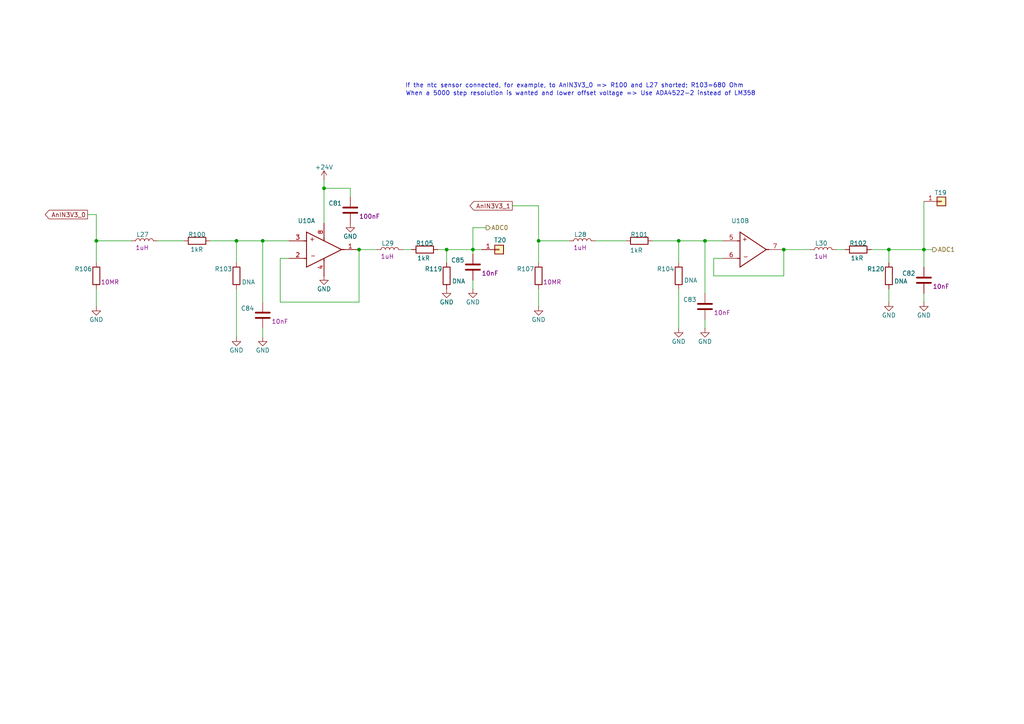
<source format=kicad_sch>
(kicad_sch (version 20231120) (generator "eeschema") (generator_version "8.0")
  (paper "A4")
  (title_block (title "Filters for 3V3 analog signal") (rev "1"))
  (lib_symbols
    (symbol "Connector_Generic:Conn_01x01" (pin_names (offset 1.016) hide)
      (property "Reference" "J" (at 0 2.54 0))
      (property "Value" "Conn_01x01" (at 0 -2.54 0))
      (symbol "Conn_01x01_1_1"
        (rectangle (start -1.27 0.127) (end 0 -0.127) (stroke (width 0.1524)))
        (rectangle (start -1.27 1.27) (end 1.27 -1.27) (stroke (width 0.254)) (fill (type background)))
        (pin passive line (at -5.08 0 0) (length 3.81) (name "Pin_1") (number "1"))
      )
    )
    (symbol "Device:C" (pin_numbers hide) (pin_names (offset 0.254))
      (property "Reference" "C" (at 0.635 2.54 0))
      (property "Value" "C" (at 0.635 -2.54 0))
      (symbol "C_0_1"
        (polyline (pts (xy -2.032 -0.762) (xy 2.032 -0.762)) (stroke (width 0.508)))
        (polyline (pts (xy -2.032 0.762) (xy 2.032 0.762)) (stroke (width 0.508)))
      )
      (symbol "C_1_1"
        (pin passive line (at 0 3.81 270) (length 2.794) (name "~") (number "1"))
        (pin passive line (at 0 -3.81 90) (length 2.794) (name "~") (number "2"))
      )
    )
    (symbol "Device:L" (pin_numbers hide) (pin_names (offset 1.016) hide)
      (property "Reference" "L" (at -1.27 0 90))
      (property "Value" "L" (at 1.905 0 90))
      (symbol "L_0_1"
        (arc (start 0 -2.54) (mid 0.6323 -1.905) (end 0 -1.27))
        (arc (start 0 -1.27) (mid 0.6323 -0.635) (end 0 0))
        (arc (start 0 0) (mid 0.6323 0.635) (end 0 1.27))
        (arc (start 0 1.27) (mid 0.6323 1.905) (end 0 2.54))
      )
      (symbol "L_1_1"
        (pin passive line (at 0 3.81 270) (length 1.27) (name "1") (number "1"))
        (pin passive line (at 0 -3.81 90) (length 1.27) (name "2") (number "2"))
      )
    )
    (symbol "Device:R" (pin_numbers hide) (pin_names (offset 0))
      (property "Reference" "R" (at 2.032 0 90))
      (property "Value" "R" (at 0 0 90))
      (symbol "R_0_1"
        (rectangle (start -1.016 -2.54) (end 1.016 2.54) (stroke (width 0.254)))
      )
      (symbol "R_1_1"
        (pin passive line (at 0 3.81 270) (length 1.27) (name "~") (number "1"))
        (pin passive line (at 0 -3.81 90) (length 1.27) (name "~") (number "2"))
      )
    )
    (symbol "Untitled-altium-import:root_0_d5b36c1049528187b1d2197d5d58d7e"
      (symbol "root_0_d5b36c1049528187b1d2197d5d58d7e_1_0"
        (polyline (pts (xy 5.08 -7.62) (xy 5.08 2.54)) (stroke (width 0.254)))
        (polyline (pts (xy 5.08 -7.62) (xy 15.24 -2.54)) (stroke (width 0.254)))
        (polyline (pts (xy 5.08 -5.08) (xy 4.318 -5.08)) (stroke (width 0.254)))
        (polyline (pts (xy 5.08 0) (xy 4.318 0)) (stroke (width 0.254)))
        (polyline (pts (xy 5.08 2.54) (xy 15.24 -2.54)) (stroke (width 0.254)))
        (polyline (pts (xy 10.16 -5.08) (xy 10.16 -5.842)) (stroke (width 0.254)))
        (polyline (pts (xy 10.16 0) (xy 10.16 0.762)) (stroke (width 0.254)))
        (polyline (pts (xy 15.24 -2.54) (xy 16.002 -2.54)) (stroke (width 0.254)))
        (text "" (at 5.588 0.762 0) (effects (font (size 1.27 1.27)) (justify left top)))
        (text "+" (at 5.842 1.27 0) (effects (font (size 1.27 1.27)) (justify left top)))
        (text "-" (at 6.096 -3.556 0) (effects (font (size 1.27 1.27)) (justify left top)))
        (pin passive line (at 20.32 -2.54 180) (length 5.08) (name "OUT1") (number "1"))
        (pin tri_state line (at 0 -5.08 0) (length 5.08) (name "IN1-") (number "2"))
        (pin open_collector line (at 0 0 0) (length 5.08) (name "IN1+") (number "3"))
        (pin power_in line (at 10.16 -10.16 90) (length 5.08) (name "V-") (number "4"))
        (pin power_in line (at 10.16 5.08 270) (length 5.08) (name "V+") (number "8"))
      )
      (symbol "root_0_d5b36c1049528187b1d2197d5d58d7e_2_0"
        (polyline (pts (xy 5.08 -7.62) (xy 5.08 2.54)) (stroke (width 0.254)))
        (polyline (pts (xy 5.08 -7.62) (xy 12.7 -2.54)) (stroke (width 0.254)))
        (polyline (pts (xy 5.08 -5.08) (xy 4.318 -5.08)) (stroke (width 0.254)))
        (polyline (pts (xy 5.08 0) (xy 4.318 0)) (stroke (width 0.254)))
        (polyline (pts (xy 5.08 2.54) (xy 12.7 -2.54)) (stroke (width 0.254)))
        (polyline (pts (xy 12.7 -2.54) (xy 13.462 -2.54)) (stroke (width 0.254)))
        (text "" (at 5.588 0.762 0) (effects (font (size 1.27 1.27)) (justify left top)))
        (text "+" (at 5.588 1.27 0) (effects (font (size 1.27 1.27)) (justify left top)))
        (text "-" (at 5.842 -3.81 0) (effects (font (size 1.27 1.27)) (justify left top)))
        (pin tri_state line (at 0 0 0) (length 5.08) (name "IN2+") (number "5"))
        (pin tri_state line (at 0 -5.08 0) (length 5.08) (name "IN2-") (number "6"))
        (pin passive line (at 17.78 -2.54 180) (length 5.08) (name "OUT2") (number "7"))
      )
    )
    (symbol "power:+24V" (power) (pin_numbers hide) (pin_names (offset 0) hide)
      (property "Value" "+24V" (at 0 3.556 0))
      (symbol "+24V_0_1"
        (polyline (pts (xy -0.762 1.27) (xy 0 2.54)))
        (polyline (pts (xy 0 0) (xy 0 2.54)))
        (polyline (pts (xy 0 2.54) (xy 0.762 1.27)))
      )
      (symbol "+24V_1_1"
        (pin power_in line (at 0 0 90) (length 0) (name "~") (number "1"))
      )
    )
    (symbol "power:GND" (power) (pin_numbers hide) (pin_names (offset 0) hide)
      (property "Value" "GND" (at 0 -3.81 0))
      (symbol "GND_0_1"
        (polyline (pts (xy 0 0) (xy 0 -1.27) (xy 1.27 -1.27) (xy 0 -2.54) (xy -1.27 -1.27) (xy 0 -1.27)))
      )
      (symbol "GND_1_1"
        (pin power_in line (at 0 0 270) (length 0) (name "~") (number "1"))
      )
    )
  )
  (junction (at 68.58 69.85))
  (junction (at 196.85 69.85))
  (junction (at 267.97 72.39))
  (junction (at 137.16 72.39))
  (junction (at 156.21 69.85))
  (junction (at 104.14 72.39))
  (junction (at 129.54 72.39))
  (junction (at 204.47 69.85))
  (junction (at 27.94 69.85))
  (junction (at 93.98 54.61))
  (junction (at 227.33 72.39))
  (junction (at 76.2 69.85))
  (junction (at 257.81 72.39))
  (wire (pts (xy 45.72 69.85) (xy 53.34 69.85)))
  (wire (pts (xy 270.51 72.39) (xy 267.97 72.39)))
  (wire (pts (xy 137.16 66.04) (xy 137.16 72.39)))
  (wire (pts (xy 267.97 87.63) (xy 267.97 85.09)))
  (wire (pts (xy 68.58 69.85) (xy 68.58 76.2)))
  (wire (pts (xy 257.81 83.82) (xy 257.81 87.63)))
  (wire (pts (xy 76.2 69.85) (xy 83.82 69.85)))
  (wire (pts (xy 68.58 69.85) (xy 76.2 69.85)))
  (wire (pts (xy 68.58 83.82) (xy 68.58 97.79)))
  (wire (pts (xy 257.81 72.39) (xy 267.97 72.39)))
  (wire (pts (xy 137.16 81.28) (xy 137.16 83.82)))
  (wire (pts (xy 227.33 80.01) (xy 207.01 80.01)))
  (wire (pts (xy 60.96 69.85) (xy 68.58 69.85)))
  (wire (pts (xy 204.47 92.71) (xy 204.47 95.25)))
  (wire (pts (xy 83.82 74.93) (xy 81.28 74.93)))
  (wire (pts (xy 156.21 69.85) (xy 156.21 76.2)))
  (wire (pts (xy 27.94 83.82) (xy 27.94 88.9)))
  (wire (pts (xy 127 72.39) (xy 129.54 72.39)))
  (wire (pts (xy 129.54 72.39) (xy 137.16 72.39)))
  (wire (pts (xy 156.21 59.69) (xy 156.21 69.85)))
  (wire (pts (xy 27.94 69.85) (xy 27.94 76.2)))
  (wire (pts (xy 137.16 66.04) (xy 140.97 66.04)))
  (wire (pts (xy 93.98 52.07) (xy 93.98 54.61)))
  (wire (pts (xy 129.54 72.39) (xy 129.54 76.2)))
  (wire (pts (xy 196.85 83.82) (xy 196.85 95.25)))
  (wire (pts (xy 207.01 74.93) (xy 209.55 74.93)))
  (wire (pts (xy 76.2 87.63) (xy 76.2 69.85)))
  (wire (pts (xy 148.59 59.69) (xy 156.21 59.69)))
  (wire (pts (xy 267.97 72.39) (xy 267.97 77.47)))
  (wire (pts (xy 156.21 83.82) (xy 156.21 88.9)))
  (wire (pts (xy 196.85 69.85) (xy 204.47 69.85)))
  (wire (pts (xy 196.85 69.85) (xy 196.85 76.2)))
  (wire (pts (xy 101.6 57.15) (xy 101.6 54.61)))
  (wire (pts (xy 116.84 72.39) (xy 119.38 72.39)))
  (wire (pts (xy 109.22 72.39) (xy 104.14 72.39)))
  (wire (pts (xy 267.97 58.42) (xy 267.97 72.39)))
  (wire (pts (xy 25.4 62.23) (xy 27.94 62.23)))
  (wire (pts (xy 189.23 69.85) (xy 196.85 69.85)))
  (wire (pts (xy 204.47 69.85) (xy 209.55 69.85)))
  (wire (pts (xy 27.94 69.85) (xy 38.1 69.85)))
  (wire (pts (xy 93.98 54.61) (xy 93.98 64.77)))
  (wire (pts (xy 207.01 80.01) (xy 207.01 74.93)))
  (wire (pts (xy 257.81 72.39) (xy 257.81 76.2)))
  (wire (pts (xy 156.21 69.85) (xy 165.1 69.85)))
  (wire (pts (xy 81.28 87.63) (xy 104.14 87.63)))
  (wire (pts (xy 234.95 72.39) (xy 227.33 72.39)))
  (wire (pts (xy 81.28 74.93) (xy 81.28 87.63)))
  (wire (pts (xy 76.2 95.25) (xy 76.2 97.79)))
  (wire (pts (xy 242.57 72.39) (xy 245.11 72.39)))
  (wire (pts (xy 227.33 72.39) (xy 227.33 80.01)))
  (wire (pts (xy 104.14 87.63) (xy 104.14 72.39)))
  (wire (pts (xy 252.73 72.39) (xy 257.81 72.39)))
  (wire (pts (xy 204.47 85.09) (xy 204.47 69.85)))
  (wire (pts (xy 139.7 72.39) (xy 137.16 72.39)))
  (wire (pts (xy 101.6 54.61) (xy 93.98 54.61)))
  (wire (pts (xy 137.16 72.39) (xy 137.16 73.66)))
  (wire (pts (xy 27.94 62.23) (xy 27.94 69.85)))
  (wire (pts (xy 172.72 69.85) (xy 181.61 69.85)))
  (text "If the ntc sensor connected, for example, to AnIN3V3_0 => R100 and L27 shorted; R103=680 Ohm" (at 166.624 24.892 0) (effects (font (size 1.27 1.27))))
  (text "When a 5000 step resolution is wanted and lower offset voltage => Use ADA4522-2 instead of LM358" (at 168.402 27.178 0) (effects (font (size 1.27 1.27))))
  (global_label "AnIN3V3_1" (shape output) (at 148.59 59.69 180) (property "Intersheetrefs" "${INTERSHEET_REFS}" (effects (hide yes))))
  (global_label "AnIN3V3_0" (shape output) (at 25.4 62.23 180) (property "Intersheetrefs" "${INTERSHEET_REFS}" (effects (hide yes))))
  (hierarchical_label "ADC0" (shape output) (at 140.97 66.04 0))
  (hierarchical_label "ADC1" (shape output) (at 270.51 72.39 0))
  (symbol (lib_id "Device:R") (at 248.92 72.39 90) (unit 1)
    (property "Reference" "R102" (at 251.46 69.85 90) (effects (justify left bottom)))
    (property "Value" "1kR" (at 250.444 74.168 90) (effects (justify left bottom)))
    (property "Footprint" "Resistor_SMD:R_0805_2012Metric_Pad1.20x1.40mm_HandSolder" (effects (hide yes)))
    (property "Description" "ERJ-PB6B1001V" (effects (hide yes)))
  )
  (symbol (lib_id "power:GND") (at 156.21 88.9 0) (unit 1)
    (property "Reference" "#PWR?" (effects (hide yes)))
    (property "Value" "GND" (at 156.21 92.71 0))
    (property "Description" "Power symbol creates a global label with name \"GND\" , ground" (effects (hide yes)))
  )
  (symbol (lib_id "power:GND") (at 257.81 87.63 0) (unit 1)
    (property "Reference" "#PWR030" (effects (hide yes)))
    (property "Value" "GND" (at 257.81 91.44 0))
    (property "Description" "Power symbol creates a global label with name \"GND\" , ground" (effects (hide yes)))
  )
  (symbol (lib_id "Device:C") (at 76.2 91.44 0) (unit 1)
    (property "Reference" "C84" (at 69.85 90.17 0) (effects (justify left bottom)))
    (property "Value" "10nF" (effects (hide yes)))
    (property "Footprint" "Capacitor_SMD:C_0805_2012Metric_Pad1.18x1.45mm_HandSolder" (effects (hide yes)))
    (property "Description" "C0805C103KARACAUTO" (effects (hide yes)))
    (property "HEIGHT" "0.78mm" (effects (hide yes)))
    (property "MIN OPERATING TEMPERATURE" "-55°C" (effects (hide yes)))
    (property "LENGTH" "2mm" (effects (hide yes)))
    (property "MAX OPERATING TEMPERATURE" "125°C" (effects (hide yes)))
    (property "CASE/PACKAGE" "0805" (effects (hide yes)))
    (property "WIDTH" "1.25mm" (effects (hide yes)))
    (property "PACKAGING" "Tape and Reel" (effects (hide yes)))
    (property "CAPACITOR TYPE" "Ceramic" (effects (hide yes)))
    (property "DIELECTRIC MATERIAL" "Ceramic" (effects (hide yes)))
    (property "JESD-609 CODE" "e3" (effects (hide yes)))
    (property "MOUNTING TECHNOLOGY" "Surface Mount" (effects (hide yes)))
    (property "MULTILAYER" "Yes" (effects (hide yes)))
    (property "PACKAGE SHAPE" "Rectangular" (effects (hide yes)))
    (property "PACKAGE STYLE" "SMTMeter" (effects (hide yes)))
    (property "PINS" "2" (effects (hide yes)))
    (property "RATED DC VOLTAGE (URDC)" "250V" (effects (hide yes)))
    (property "REACH SVHC COMPLIANT" "Yes" (effects (hide yes)))
    (property "REFERENCE STANDARD" "AEC-Q200" (effects (hide yes)))
    (property "ROHS COMPLIANT" "Yes" (effects (hide yes)))
    (property "TEMPERATURE CHARACTERISTICS CODE" "X7R" (effects (hide yes)))
    (property "TERMINAL FINISH" "Nickel" (effects (hide yes)))
    (property "TERMINATION" "Wraparound" (effects (hide yes)))
    (property "TOLERANCE  (FILL IN AS +-)" "10%" (effects (hide yes)))
    (property "TOLERANCE (FILL IN AS +-)" "10%" (effects (hide yes)))
    (property "ALTIUM_VALUE" "10nF" (at 78.74 93.98 0) (effects (justify left bottom)))
  )
  (symbol (lib_id "Connector_Generic:Conn_01x01") (at 144.78 72.39 0) (unit 1) (in_bom no)
    (property "Reference" "T20" (at 143.256 70.358 0) (effects (justify left bottom)))
    (property "Value" "Conn_01x01" (effects (hide yes)))
    (property "Footprint" "TestPoint:TestPoint_THTPad_D1.5mm_Drill0.7mm" (effects (hide yes)))
    (property "Description" "Generic connector, single row, 01x01, script generated (kicad-library-utils/schlib/autogen/connector/)" (effects (hide yes)))
  )
  (symbol (lib_id "Device:R") (at 196.85 80.01 0) (unit 1)
    (property "Reference" "R104" (at 190.5 78.74 0) (effects (justify left bottom)))
    (property "Value" "DNA" (at 198.374 82.042 0) (effects (justify left bottom)))
    (property "Footprint" "Resistor_SMD:R_0805_2012Metric_Pad1.20x1.40mm_HandSolder" (effects (hide yes)))
    (property "ALTIUM_VALUE" "680R" (effects (hide yes)))
    (property "MANUFACTURER" "Vishay Dale" (effects (hide yes)))
    (property "PART NUMBER" "CRCW0805680RFKEA" (effects (hide yes)))
  )
  (symbol (lib_id "power:GND") (at 267.97 87.63 0) (unit 1)
    (property "Reference" "#PWR?" (effects (hide yes)))
    (property "Value" "GND" (at 267.97 91.44 0))
    (property "Description" "Power symbol creates a global label with name \"GND\" , ground" (effects (hide yes)))
  )
  (symbol (lib_id "Device:C") (at 267.97 81.28 0) (unit 1)
    (property "Reference" "C82" (at 261.62 80.01 0) (effects (justify left bottom)))
    (property "Value" "10nF" (effects (hide yes)))
    (property "Footprint" "Capacitor_SMD:C_0805_2012Metric_Pad1.18x1.45mm_HandSolder" (effects (hide yes)))
    (property "Description" "C0805C103KARACAUTO" (effects (hide yes)))
    (property "HEIGHT" "0.78mm" (effects (hide yes)))
    (property "MIN OPERATING TEMPERATURE" "-55°C" (effects (hide yes)))
    (property "LENGTH" "2mm" (effects (hide yes)))
    (property "MAX OPERATING TEMPERATURE" "125°C" (effects (hide yes)))
    (property "CASE/PACKAGE" "0805" (effects (hide yes)))
    (property "WIDTH" "1.25mm" (effects (hide yes)))
    (property "PACKAGING" "Tape and Reel" (effects (hide yes)))
    (property "CAPACITOR TYPE" "Ceramic" (effects (hide yes)))
    (property "DIELECTRIC MATERIAL" "Ceramic" (effects (hide yes)))
    (property "JESD-609 CODE" "e3" (effects (hide yes)))
    (property "MOUNTING TECHNOLOGY" "Surface Mount" (effects (hide yes)))
    (property "MULTILAYER" "Yes" (effects (hide yes)))
    (property "PACKAGE SHAPE" "Rectangular" (effects (hide yes)))
    (property "PACKAGE STYLE" "SMTMeter" (effects (hide yes)))
    (property "PINS" "2" (effects (hide yes)))
    (property "RATED DC VOLTAGE (URDC)" "250V" (effects (hide yes)))
    (property "REACH SVHC COMPLIANT" "Yes" (effects (hide yes)))
    (property "REFERENCE STANDARD" "AEC-Q200" (effects (hide yes)))
    (property "ROHS COMPLIANT" "Yes" (effects (hide yes)))
    (property "TEMPERATURE CHARACTERISTICS CODE" "X7R" (effects (hide yes)))
    (property "TERMINAL FINISH" "Nickel" (effects (hide yes)))
    (property "TERMINATION" "Wraparound" (effects (hide yes)))
    (property "TOLERANCE  (FILL IN AS +-)" "10%" (effects (hide yes)))
    (property "TOLERANCE (FILL IN AS +-)" "10%" (effects (hide yes)))
    (property "ALTIUM_VALUE" "10nF" (at 270.51 83.82 0) (effects (justify left bottom)))
  )
  (symbol (lib_id "Device:C") (at 137.16 77.47 0) (unit 1)
    (property "Reference" "C85" (at 130.81 76.2 0) (effects (justify left bottom)))
    (property "Value" "10nF" (effects (hide yes)))
    (property "Footprint" "Capacitor_SMD:C_0805_2012Metric_Pad1.18x1.45mm_HandSolder" (effects (hide yes)))
    (property "Description" "C0805C103KARACAUTO" (effects (hide yes)))
    (property "HEIGHT" "0.78mm" (effects (hide yes)))
    (property "MIN OPERATING TEMPERATURE" "-55°C" (effects (hide yes)))
    (property "LENGTH" "2mm" (effects (hide yes)))
    (property "MAX OPERATING TEMPERATURE" "125°C" (effects (hide yes)))
    (property "CASE/PACKAGE" "0805" (effects (hide yes)))
    (property "WIDTH" "1.25mm" (effects (hide yes)))
    (property "PACKAGING" "Tape and Reel" (effects (hide yes)))
    (property "CAPACITOR TYPE" "Ceramic" (effects (hide yes)))
    (property "DIELECTRIC MATERIAL" "Ceramic" (effects (hide yes)))
    (property "JESD-609 CODE" "e3" (effects (hide yes)))
    (property "MOUNTING TECHNOLOGY" "Surface Mount" (effects (hide yes)))
    (property "MULTILAYER" "Yes" (effects (hide yes)))
    (property "PACKAGE SHAPE" "Rectangular" (effects (hide yes)))
    (property "PACKAGE STYLE" "SMTMeter" (effects (hide yes)))
    (property "PINS" "2" (effects (hide yes)))
    (property "RATED DC VOLTAGE (URDC)" "250V" (effects (hide yes)))
    (property "REACH SVHC COMPLIANT" "Yes" (effects (hide yes)))
    (property "REFERENCE STANDARD" "AEC-Q200" (effects (hide yes)))
    (property "ROHS COMPLIANT" "Yes" (effects (hide yes)))
    (property "TEMPERATURE CHARACTERISTICS CODE" "X7R" (effects (hide yes)))
    (property "TERMINAL FINISH" "Nickel" (effects (hide yes)))
    (property "TERMINATION" "Wraparound" (effects (hide yes)))
    (property "TOLERANCE  (FILL IN AS +-)" "10%" (effects (hide yes)))
    (property "TOLERANCE (FILL IN AS +-)" "10%" (effects (hide yes)))
    (property "ALTIUM_VALUE" "10nF" (at 139.7 80.01 0) (effects (justify left bottom)))
  )
  (symbol (lib_id "power:GND") (at 27.94 88.9 0) (unit 1)
    (property "Reference" "#PWR?" (effects (hide yes)))
    (property "Value" "GND" (at 27.94 92.71 0))
    (property "Description" "Power symbol creates a global label with name \"GND\" , ground" (effects (hide yes)))
  )
  (symbol (lib_id "Device:R") (at 129.54 80.01 0) (unit 1)
    (property "Reference" "R119" (at 123.19 78.74 0) (effects (justify left bottom)))
    (property "Value" "DNA" (at 131.064 82.296 0) (effects (justify left bottom)))
    (property "Footprint" "Resistor_SMD:R_0805_2012Metric_Pad1.20x1.40mm_HandSolder" (effects (hide yes)))
    (property "ALTIUM_VALUE" "680R" (effects (hide yes)))
    (property "MANUFACTURER" "Vishay Dale" (effects (hide yes)))
    (property "PART NUMBER" "CRCW0805680RFKEA" (effects (hide yes)))
  )
  (symbol (lib_id "power:GND") (at 129.54 83.82 0) (unit 1)
    (property "Reference" "#PWR029" (effects (hide yes)))
    (property "Value" "GND" (at 129.54 87.63 0))
    (property "Description" "Power symbol creates a global label with name \"GND\" , ground" (effects (hide yes)))
  )
  (symbol (lib_id "Device:C") (at 101.6 60.96 0) (unit 1)
    (property "Reference" "C81" (at 95.25 59.69 0) (effects (justify left bottom)))
    (property "Value" "100nF" (effects (hide yes)))
    (property "Footprint" "Capacitor_SMD:C_0805_2012Metric_Pad1.18x1.45mm_HandSolder" (effects (hide yes)))
    (property "Description" "08055C104KAT4A" (effects (hide yes)))
    (property "HEIGHT" "0.94mm" (effects (hide yes)))
    (property "ALTIUM_VALUE" "100nF" (at 104.14 63.5 0) (effects (justify left bottom)))
    (property "CAPACITOR TYPE" "Ceramic" (effects (hide yes)))
    (property "CASE/PACKAGE" "0805" (effects (hide yes)))
    (property "DIELECTRIC MATERIAL" "Ceramic" (effects (hide yes)))
    (property "JESD-609 CODE" "e3" (effects (hide yes)))
    (property "LENGTH" "2.01mm" (effects (hide yes)))
    (property "MAX OPERATING TEMPERATURE" "125°C" (effects (hide yes)))
    (property "MIN OPERATING TEMPERATURE" "-55°C" (effects (hide yes)))
    (property "MOUNTING TECHNOLOGY" "Surface Mount" (effects (hide yes)))
    (property "MULTILAYER" "Yes" (effects (hide yes)))
    (property "PACKAGE SHAPE" "Rectangular" (effects (hide yes)))
    (property "PACKAGE STYLE" "SMTMeter" (effects (hide yes)))
    (property "PACKAGING" "Tape and Reel" (effects (hide yes)))
    (property "PINS" "2" (effects (hide yes)))
    (property "RATED DC VOLTAGE (URDC)" "50V" (effects (hide yes)))
    (property "REACH SVHC COMPLIANT" "Yes" (effects (hide yes)))
    (property "ROHS COMPLIANT" "Yes" (effects (hide yes)))
    (property "TEMPERATURE CHARACTERISTICS CODE" "X7R" (effects (hide yes)))
    (property "TERMINAL FINISH" "Nickel" (effects (hide yes)))
    (property "TERMINATION" "Wraparound" (effects (hide yes)))
    (property "TOLERANCE  (FILL IN AS +-)" "10%" (effects (hide yes)))
    (property "TOLERANCE (FILL IN AS +-)" "10%" (effects (hide yes)))
    (property "WIDTH" "1.25mm" (effects (hide yes)))
  )
  (symbol (lib_id "power:GND") (at 204.47 95.25 0) (unit 1)
    (property "Reference" "#PWR?" (effects (hide yes)))
    (property "Value" "GND" (at 204.47 99.06 0))
    (property "Description" "Power symbol creates a global label with name \"GND\" , ground" (effects (hide yes)))
  )
  (symbol (lib_id "power:GND") (at 68.58 97.79 0) (unit 1)
    (property "Reference" "#PWR?" (effects (hide yes)))
    (property "Value" "GND" (at 68.58 101.6 0))
    (property "Description" "Power symbol creates a global label with name \"GND\" , ground" (effects (hide yes)))
  )
  (symbol (lib_id "Untitled-altium-import:root_0_d5b36c1049528187b1d2197d5d58d7e") (at 209.55 69.85 0) (unit 2)
    (property "Reference" "U10" (at 212.09 64.77 0) (effects (justify left bottom)))
    (property "Value" "LM358BAIDR" (effects (hide yes)))
    (property "Footprint" "Vault:FP-D0008A-IPC_A" (effects (hide yes)))
  )
  (symbol (lib_id "Device:R") (at 68.58 80.01 0) (unit 1)
    (property "Reference" "R103" (at 62.23 78.74 0) (effects (justify left bottom)))
    (property "Value" "DNA" (at 70.104 82.55 0) (effects (justify left bottom)))
    (property "Footprint" "Resistor_SMD:R_0805_2012Metric_Pad1.20x1.40mm_HandSolder" (effects (hide yes)))
    (property "ALTIUM_VALUE" "680R" (effects (hide yes)))
    (property "MANUFACTURER" "Vishay Dale" (effects (hide yes)))
    (property "PART NUMBER" "CRCW0805680RFKEA" (effects (hide yes)))
  )
  (symbol (lib_id "power:GND") (at 196.85 95.25 0) (unit 1)
    (property "Reference" "#PWR?" (effects (hide yes)))
    (property "Value" "GND" (at 196.85 99.06 0))
    (property "Description" "Power symbol creates a global label with name \"GND\" , ground" (effects (hide yes)))
  )
  (symbol (lib_id "Device:C") (at 204.47 88.9 0) (unit 1)
    (property "Reference" "C83" (at 198.12 87.63 0) (effects (justify left bottom)))
    (property "Value" "10nF" (effects (hide yes)))
    (property "Footprint" "Capacitor_SMD:C_0805_2012Metric_Pad1.18x1.45mm_HandSolder" (effects (hide yes)))
    (property "Description" "C0805C103KARACAUTO" (effects (hide yes)))
    (property "HEIGHT" "0.78mm" (effects (hide yes)))
    (property "MIN OPERATING TEMPERATURE" "-55°C" (effects (hide yes)))
    (property "LENGTH" "2mm" (effects (hide yes)))
    (property "MAX OPERATING TEMPERATURE" "125°C" (effects (hide yes)))
    (property "CASE/PACKAGE" "0805" (effects (hide yes)))
    (property "WIDTH" "1.25mm" (effects (hide yes)))
    (property "PACKAGING" "Tape and Reel" (effects (hide yes)))
    (property "CAPACITOR TYPE" "Ceramic" (effects (hide yes)))
    (property "DIELECTRIC MATERIAL" "Ceramic" (effects (hide yes)))
    (property "JESD-609 CODE" "e3" (effects (hide yes)))
    (property "MOUNTING TECHNOLOGY" "Surface Mount" (effects (hide yes)))
    (property "MULTILAYER" "Yes" (effects (hide yes)))
    (property "PACKAGE SHAPE" "Rectangular" (effects (hide yes)))
    (property "PACKAGE STYLE" "SMTMeter" (effects (hide yes)))
    (property "PINS" "2" (effects (hide yes)))
    (property "RATED DC VOLTAGE (URDC)" "250V" (effects (hide yes)))
    (property "REACH SVHC COMPLIANT" "Yes" (effects (hide yes)))
    (property "REFERENCE STANDARD" "AEC-Q200" (effects (hide yes)))
    (property "ROHS COMPLIANT" "Yes" (effects (hide yes)))
    (property "TEMPERATURE CHARACTERISTICS CODE" "X7R" (effects (hide yes)))
    (property "TERMINAL FINISH" "Nickel" (effects (hide yes)))
    (property "TERMINATION" "Wraparound" (effects (hide yes)))
    (property "TOLERANCE  (FILL IN AS +-)" "10%" (effects (hide yes)))
    (property "TOLERANCE (FILL IN AS +-)" "10%" (effects (hide yes)))
    (property "ALTIUM_VALUE" "10nF" (at 207.01 91.44 0) (effects (justify left bottom)))
  )
  (symbol (lib_id "power:GND") (at 137.16 83.82 0) (unit 1)
    (property "Reference" "#PWR?" (effects (hide yes)))
    (property "Value" "GND" (at 137.16 87.63 0))
    (property "Description" "Power symbol creates a global label with name \"GND\" , ground" (effects (hide yes)))
  )
  (symbol (lib_id "power:GND") (at 76.2 97.79 0) (unit 1)
    (property "Reference" "#PWR?" (effects (hide yes)))
    (property "Value" "GND" (at 76.2 101.6 0))
    (property "Description" "Power symbol creates a global label with name \"GND\" , ground" (effects (hide yes)))
  )
  (symbol (lib_id "Connector_Generic:Conn_01x01") (at 273.05 58.42 0) (unit 1) (in_bom no)
    (property "Reference" "T19" (at 271.018 56.642 0) (effects (justify left bottom)))
    (property "Value" "Conn_01x01" (effects (hide yes)))
    (property "Footprint" "TestPoint:TestPoint_THTPad_D1.5mm_Drill0.7mm" (effects (hide yes)))
    (property "Description" "Generic connector, single row, 01x01, script generated (kicad-library-utils/schlib/autogen/connector/)" (effects (hide yes)))
  )
  (symbol (lib_id "Device:R") (at 257.81 80.01 0) (unit 1)
    (property "Reference" "R120" (at 251.46 78.74 0) (effects (justify left bottom)))
    (property "Value" "DNA" (at 259.334 82.296 0) (effects (justify left bottom)))
    (property "Footprint" "Resistor_SMD:R_0805_2012Metric_Pad1.20x1.40mm_HandSolder" (effects (hide yes)))
    (property "ALTIUM_VALUE" "680R" (effects (hide yes)))
    (property "MANUFACTURER" "Vishay Dale" (effects (hide yes)))
    (property "PART NUMBER" "CRCW0805680RFKEA" (effects (hide yes)))
  )
  (symbol (lib_id "Untitled-altium-import:root_0_d5b36c1049528187b1d2197d5d58d7e") (at 83.82 69.85 0) (unit 1)
    (property "Reference" "U10" (at 86.36 64.77 0) (effects (justify left bottom)))
    (property "Value" "LM358BAIDR" (effects (hide yes)))
    (property "Footprint" "Vault:FP-D0008A-IPC_A" (effects (hide yes)))
  )
  (symbol (lib_id "Device:L") (at 238.76 72.39 90) (unit 1)
    (property "Reference" "L30" (at 240.03 69.85 90) (effects (justify left bottom)))
    (property "Value" "1uH" (effects (hide yes)))
    (property "Footprint" "Inductor_SMD:L_0805_2012Metric_Pad1.15x1.40mm_HandSolder" (effects (hide yes)))
    (property "Description" "LQM21PN1R0NGCD" (effects (hide yes)))
    (property "INDUCTANCE" "1uH" (at 240.03 73.66 90) (effects (justify left bottom)))
    (property "CASE/PACKAGE" "0805" (effects (hide yes)))
    (property "MILITARY STANDARD" "Not" (effects (hide yes)))
    (property "WIDTH" "0.049inch" (effects (hide yes)))
    (property "TERMINATION" "SMD/SMT" (effects (hide yes)))
    (property "ROHS COMPLIANT" "Yes" (effects (hide yes)))
    (property "TOLERANCE" "30%" (effects (hide yes)))
    (property "MAX OPERATING TEMPERATURE" "125°C" (effects (hide yes)))
    (property "TEST FREQUENCY" "1MHz" (effects (hide yes)))
    (property "HEIGHT - SEATED (MAX)" "0.039inch" (effects (hide yes)))
    (property "SERIES" "LQM21P_GC" (effects (hide yes)))
    (property "PACKAGING" "Tape and Reel" (effects (hide yes)))
    (property "CASE CODE (METRIC)" "2012" (effects (hide yes)))
    (property "LEAD FREE" "Lead Free" (effects (hide yes)))
    (property "LENGTH" "0.079inch" (effects (hide yes)))
    (property "CASE CODE (IMPERIAL)" "0805" (effects (hide yes)))
    (property "PACKAGE QUANTITY" "4000" (effects (hide yes)))
    (property "DC CURRENT" "900mA" (effects (hide yes)))
    (property "DEPTH" "1.4mm" (effects (hide yes)))
    (property "MAX DC CURRENT" "900mA" (effects (hide yes)))
    (property "CORE MATERIAL" "Ferrite" (effects (hide yes)))
    (property "SHIELDING" "Shielded" (effects (hide yes)))
    (property "MIN OPERATING TEMPERATURE" "-55°C" (effects (hide yes)))
    (property "DC RESISTANCE (DCR)" "125mR" (effects (hide yes)))
    (property "SELF RESONANT FREQUENCY" "50MHz" (effects (hide yes)))
    (property "HEIGHT" "0.9mm" (effects (hide yes)))
    (property "MOUNT" "Surface Mount" (effects (hide yes)))
    (property "CURRENT RATING" "900mA" (effects (hide yes)))
    (property "ALTIUM_VALUE" "1uH" (effects (hide yes)))
  )
  (symbol (lib_id "power:GND") (at 93.98 80.01 0) (unit 1)
    (property "Reference" "#PWR?" (effects (hide yes)))
    (property "Value" "GND" (at 93.98 83.82 0))
    (property "Description" "Power symbol creates a global label with name \"GND\" , ground" (effects (hide yes)))
  )
  (symbol (lib_id "Device:L") (at 113.03 72.39 90) (unit 1)
    (property "Reference" "L29" (at 114.3 69.85 90) (effects (justify left bottom)))
    (property "Value" "1uH" (effects (hide yes)))
    (property "Footprint" "Inductor_SMD:L_0805_2012Metric_Pad1.15x1.40mm_HandSolder" (effects (hide yes)))
    (property "Description" "LQM21PN1R0NGCD" (effects (hide yes)))
    (property "INDUCTANCE" "1uH" (at 114.3 73.66 90) (effects (justify left bottom)))
    (property "CASE/PACKAGE" "0805" (effects (hide yes)))
    (property "MILITARY STANDARD" "Not" (effects (hide yes)))
    (property "WIDTH" "0.049inch" (effects (hide yes)))
    (property "TERMINATION" "SMD/SMT" (effects (hide yes)))
    (property "ROHS COMPLIANT" "Yes" (effects (hide yes)))
    (property "TOLERANCE" "30%" (effects (hide yes)))
    (property "MAX OPERATING TEMPERATURE" "125°C" (effects (hide yes)))
    (property "TEST FREQUENCY" "1MHz" (effects (hide yes)))
    (property "HEIGHT - SEATED (MAX)" "0.039inch" (effects (hide yes)))
    (property "SERIES" "LQM21P_GC" (effects (hide yes)))
    (property "PACKAGING" "Tape and Reel" (effects (hide yes)))
    (property "CASE CODE (METRIC)" "2012" (effects (hide yes)))
    (property "LEAD FREE" "Lead Free" (effects (hide yes)))
    (property "LENGTH" "0.079inch" (effects (hide yes)))
    (property "CASE CODE (IMPERIAL)" "0805" (effects (hide yes)))
    (property "PACKAGE QUANTITY" "4000" (effects (hide yes)))
    (property "DC CURRENT" "900mA" (effects (hide yes)))
    (property "DEPTH" "1.4mm" (effects (hide yes)))
    (property "MAX DC CURRENT" "900mA" (effects (hide yes)))
    (property "CORE MATERIAL" "Ferrite" (effects (hide yes)))
    (property "SHIELDING" "Shielded" (effects (hide yes)))
    (property "MIN OPERATING TEMPERATURE" "-55°C" (effects (hide yes)))
    (property "DC RESISTANCE (DCR)" "125mR" (effects (hide yes)))
    (property "SELF RESONANT FREQUENCY" "50MHz" (effects (hide yes)))
    (property "HEIGHT" "0.9mm" (effects (hide yes)))
    (property "MOUNT" "Surface Mount" (effects (hide yes)))
    (property "CURRENT RATING" "900mA" (effects (hide yes)))
    (property "ALTIUM_VALUE" "1uH" (effects (hide yes)))
  )
  (symbol (lib_id "power:GND") (at 101.6 64.77 0) (unit 1)
    (property "Reference" "#PWR?" (effects (hide yes)))
    (property "Value" "GND" (at 101.6 68.58 0))
    (property "Description" "Power symbol creates a global label with name \"GND\" , ground" (effects (hide yes)))
  )
  (symbol (lib_id "power:+24V") (at 93.98 52.07 0) (unit 1)
    (property "Reference" "#PWR?" (effects (hide yes)))
    (property "Value" "+24V" (at 93.98 48.514 0))
    (property "Description" "Power symbol creates a global label with name \"+24V\"" (effects (hide yes)))
  )
  (symbol (lib_id "Device:R") (at 185.42 69.85 90) (unit 1)
    (property "Reference" "R101" (at 187.96 67.31 90) (effects (justify left bottom)))
    (property "Value" "1kR" (at 186.436 71.882 90) (effects (justify left bottom)))
    (property "Footprint" "Resistor_SMD:R_0805_2012Metric_Pad1.20x1.40mm_HandSolder" (effects (hide yes)))
    (property "Description" "ERJ-PB6B1001V" (effects (hide yes)))
  )
  (symbol (lib_id "Device:R") (at 156.21 80.01 0) (unit 1)
    (property "Reference" "R107" (at 149.86 78.74 0) (effects (justify left bottom)))
    (property "Value" "10MR" (effects (hide yes)))
    (property "Footprint" "Resistor_SMD:R_0805_2012Metric_Pad1.20x1.40mm_HandSolder" (effects (hide yes)))
    (property "Description" "CRCW080510M0FKEA" (effects (hide yes)))
    (property "CONTACT PLATING" "Tin" (effects (hide yes)))
    (property "POWER RATING" "125mW" (effects (hide yes)))
    (property "COMPOSITION" "Thick Film" (effects (hide yes)))
    (property "VOLTAGE RATING (DC)" "150V" (effects (hide yes)))
    (property "TOLERANCE" "5%" (effects (hide yes)))
    (property "LENGTH" "2mm" (effects (hide yes)))
    (property "WEIGHT" "0.000194oz" (effects (hide yes)))
    (property "CASE CODE (METRIC)" "2012" (effects (hide yes)))
    (property "VOLTAGE RATING" "150V" (effects (hide yes)))
    (property "PACKAGE QUANTITY" "10" (effects (hide yes)))
    (property "HEIGHT" "0.02inch" (effects (hide yes)))
    (property "CASE CODE (IMPERIAL)" "0805" (effects (hide yes)))
    (property "RESISTANCE" "10MR" (at 157.48 82.55 0) (effects (justify left bottom)))
    (property "LEAD FREE" "Lead Free" (effects (hide yes)))
    (property "DEPTH" "1.25mm" (effects (hide yes)))
    (property "MIN OPERATING TEMPERATURE" "-55°C" (effects (hide yes)))
    (property "MAX POWER DISSIPATION" "125mW" (effects (hide yes)))
    (property "TEMPERATURE COEFFICIENT" "100ppm/°C" (effects (hide yes)))
    (property "MOUNT" "Surface Mount" (effects (hide yes)))
    (property "FEATURES" "Automotive AEC-Q200" (effects (hide yes)))
    (property "TERMINATION" "SMD/SMT" (effects (hide yes)))
    (property "MAX OPERATING TEMPERATURE" "155°C" (effects (hide yes)))
    (property "RADIATION HARDENING" "No" (effects (hide yes)))
    (property "CASE/PACKAGE" "0805" (effects (hide yes)))
    (property "WIDTH" "0.049inch" (effects (hide yes)))
    (property "MILITARY STANDARD" "Not" (effects (hide yes)))
    (property "NUMBER OF TERMINATIONS" "2" (effects (hide yes)))
    (property "PACKAGING" "Tape and Reel" (effects (hide yes)))
    (property "ALTIUM_VALUE" "10MR" (effects (hide yes)))
  )
  (symbol (lib_id "Device:R") (at 27.94 80.01 0) (unit 1)
    (property "Reference" "R106" (at 21.59 78.74 0) (effects (justify left bottom)))
    (property "Value" "10MR" (effects (hide yes)))
    (property "Footprint" "Resistor_SMD:R_0805_2012Metric_Pad1.20x1.40mm_HandSolder" (effects (hide yes)))
    (property "Description" "CRCW080510M0FKEA" (effects (hide yes)))
    (property "CONTACT PLATING" "Tin" (effects (hide yes)))
    (property "POWER RATING" "125mW" (effects (hide yes)))
    (property "COMPOSITION" "Thick Film" (effects (hide yes)))
    (property "VOLTAGE RATING (DC)" "150V" (effects (hide yes)))
    (property "TOLERANCE" "5%" (effects (hide yes)))
    (property "LENGTH" "2mm" (effects (hide yes)))
    (property "WEIGHT" "0.000194oz" (effects (hide yes)))
    (property "CASE CODE (METRIC)" "2012" (effects (hide yes)))
    (property "VOLTAGE RATING" "150V" (effects (hide yes)))
    (property "PACKAGE QUANTITY" "10" (effects (hide yes)))
    (property "HEIGHT" "0.02inch" (effects (hide yes)))
    (property "CASE CODE (IMPERIAL)" "0805" (effects (hide yes)))
    (property "RESISTANCE" "10MR" (at 29.21 82.55 0) (effects (justify left bottom)))
    (property "LEAD FREE" "Lead Free" (effects (hide yes)))
    (property "DEPTH" "1.25mm" (effects (hide yes)))
    (property "MIN OPERATING TEMPERATURE" "-55°C" (effects (hide yes)))
    (property "MAX POWER DISSIPATION" "125mW" (effects (hide yes)))
    (property "TEMPERATURE COEFFICIENT" "100ppm/°C" (effects (hide yes)))
    (property "MOUNT" "Surface Mount" (effects (hide yes)))
    (property "FEATURES" "Automotive AEC-Q200" (effects (hide yes)))
    (property "TERMINATION" "SMD/SMT" (effects (hide yes)))
    (property "MAX OPERATING TEMPERATURE" "155°C" (effects (hide yes)))
    (property "RADIATION HARDENING" "No" (effects (hide yes)))
    (property "CASE/PACKAGE" "0805" (effects (hide yes)))
    (property "WIDTH" "0.049inch" (effects (hide yes)))
    (property "MILITARY STANDARD" "Not" (effects (hide yes)))
    (property "NUMBER OF TERMINATIONS" "2" (effects (hide yes)))
    (property "PACKAGING" "Tape and Reel" (effects (hide yes)))
    (property "ALTIUM_VALUE" "10MR" (effects (hide yes)))
  )
  (symbol (lib_id "Device:L") (at 41.91 69.85 90) (unit 1)
    (property "Reference" "L27" (at 43.18 67.31 90) (effects (justify left bottom)))
    (property "Value" "1uH" (effects (hide yes)))
    (property "Footprint" "Inductor_SMD:L_0805_2012Metric_Pad1.15x1.40mm_HandSolder" (effects (hide yes)))
    (property "Description" "LQM21PN1R0NGCD" (effects (hide yes)))
    (property "INDUCTANCE" "1uH" (at 43.18 71.12 90) (effects (justify left bottom)))
    (property "CASE/PACKAGE" "0805" (effects (hide yes)))
    (property "MILITARY STANDARD" "Not" (effects (hide yes)))
    (property "WIDTH" "0.049inch" (effects (hide yes)))
    (property "TERMINATION" "SMD/SMT" (effects (hide yes)))
    (property "ROHS COMPLIANT" "Yes" (effects (hide yes)))
    (property "TOLERANCE" "30%" (effects (hide yes)))
    (property "MAX OPERATING TEMPERATURE" "125°C" (effects (hide yes)))
    (property "TEST FREQUENCY" "1MHz" (effects (hide yes)))
    (property "HEIGHT - SEATED (MAX)" "0.039inch" (effects (hide yes)))
    (property "SERIES" "LQM21P_GC" (effects (hide yes)))
    (property "PACKAGING" "Tape and Reel" (effects (hide yes)))
    (property "CASE CODE (METRIC)" "2012" (effects (hide yes)))
    (property "LEAD FREE" "Lead Free" (effects (hide yes)))
    (property "LENGTH" "0.079inch" (effects (hide yes)))
    (property "CASE CODE (IMPERIAL)" "0805" (effects (hide yes)))
    (property "PACKAGE QUANTITY" "4000" (effects (hide yes)))
    (property "DC CURRENT" "900mA" (effects (hide yes)))
    (property "DEPTH" "1.4mm" (effects (hide yes)))
    (property "MAX DC CURRENT" "900mA" (effects (hide yes)))
    (property "CORE MATERIAL" "Ferrite" (effects (hide yes)))
    (property "SHIELDING" "Shielded" (effects (hide yes)))
    (property "MIN OPERATING TEMPERATURE" "-55°C" (effects (hide yes)))
    (property "DC RESISTANCE (DCR)" "125mR" (effects (hide yes)))
    (property "SELF RESONANT FREQUENCY" "50MHz" (effects (hide yes)))
    (property "HEIGHT" "0.9mm" (effects (hide yes)))
    (property "MOUNT" "Surface Mount" (effects (hide yes)))
    (property "CURRENT RATING" "900mA" (effects (hide yes)))
    (property "ALTIUM_VALUE" "1uH" (effects (hide yes)))
  )
  (symbol (lib_id "Device:L") (at 168.91 69.85 90) (unit 1)
    (property "Reference" "L28" (at 170.18 67.31 90) (effects (justify left bottom)))
    (property "Value" "1uH" (effects (hide yes)))
    (property "Footprint" "Inductor_SMD:L_0805_2012Metric_Pad1.15x1.40mm_HandSolder" (effects (hide yes)))
    (property "Description" "LQM21PN1R0NGCD" (effects (hide yes)))
    (property "INDUCTANCE" "1uH" (at 170.18 71.12 90) (effects (justify left bottom)))
    (property "CASE/PACKAGE" "0805" (effects (hide yes)))
    (property "MILITARY STANDARD" "Not" (effects (hide yes)))
    (property "WIDTH" "0.049inch" (effects (hide yes)))
    (property "TERMINATION" "SMD/SMT" (effects (hide yes)))
    (property "ROHS COMPLIANT" "Yes" (effects (hide yes)))
    (property "TOLERANCE" "30%" (effects (hide yes)))
    (property "MAX OPERATING TEMPERATURE" "125°C" (effects (hide yes)))
    (property "TEST FREQUENCY" "1MHz" (effects (hide yes)))
    (property "HEIGHT - SEATED (MAX)" "0.039inch" (effects (hide yes)))
    (property "SERIES" "LQM21P_GC" (effects (hide yes)))
    (property "PACKAGING" "Tape and Reel" (effects (hide yes)))
    (property "CASE CODE (METRIC)" "2012" (effects (hide yes)))
    (property "LEAD FREE" "Lead Free" (effects (hide yes)))
    (property "LENGTH" "0.079inch" (effects (hide yes)))
    (property "CASE CODE (IMPERIAL)" "0805" (effects (hide yes)))
    (property "PACKAGE QUANTITY" "4000" (effects (hide yes)))
    (property "DC CURRENT" "900mA" (effects (hide yes)))
    (property "DEPTH" "1.4mm" (effects (hide yes)))
    (property "MAX DC CURRENT" "900mA" (effects (hide yes)))
    (property "CORE MATERIAL" "Ferrite" (effects (hide yes)))
    (property "SHIELDING" "Shielded" (effects (hide yes)))
    (property "MIN OPERATING TEMPERATURE" "-55°C" (effects (hide yes)))
    (property "DC RESISTANCE (DCR)" "125mR" (effects (hide yes)))
    (property "SELF RESONANT FREQUENCY" "50MHz" (effects (hide yes)))
    (property "HEIGHT" "0.9mm" (effects (hide yes)))
    (property "MOUNT" "Surface Mount" (effects (hide yes)))
    (property "CURRENT RATING" "900mA" (effects (hide yes)))
    (property "ALTIUM_VALUE" "1uH" (effects (hide yes)))
  )
  (symbol (lib_id "Device:R") (at 57.15 69.85 90) (unit 1)
    (property "Reference" "R100" (at 59.69 67.31 90) (effects (justify left bottom)))
    (property "Value" "1kR" (at 58.928 71.628 90) (effects (justify left bottom)))
    (property "Footprint" "Resistor_SMD:R_0805_2012Metric_Pad1.20x1.40mm_HandSolder" (effects (hide yes)))
    (property "Description" "ERJ-PB6B1001V" (effects (hide yes)))
  )
  (symbol (lib_id "Device:R") (at 123.19 72.39 90) (unit 1)
    (property "Reference" "R105" (at 125.73 69.85 90) (effects (justify left bottom)))
    (property "Value" "1kR" (at 124.714 74.168 90) (effects (justify left bottom)))
    (property "Footprint" "Resistor_SMD:R_0805_2012Metric_Pad1.20x1.40mm_HandSolder" (effects (hide yes)))
    (property "Description" "ERJ-PB6B1001V" (effects (hide yes)))
  )
)
</source>
